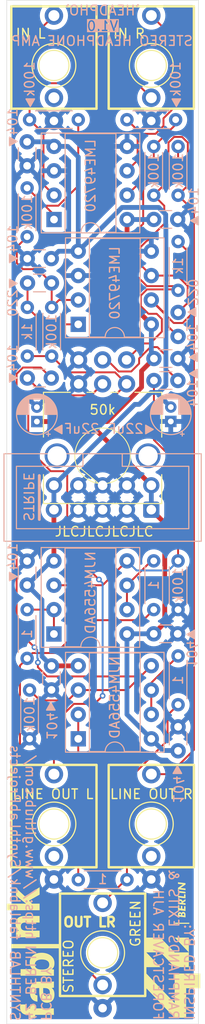
<source format=kicad_pcb>
(kicad_pcb (version 20240108) (generator "pcbnew") (generator_version "8.0")
  (layers (0 "F.Cu" signal) (31 "B.Cu" signal) (34 "B.Paste" user) (35 "F.Paste" user) (36 "B.SilkS" user "B.Silkscreen") (37 "F.SilkS" user "F.Silkscreen") (38 "B.Mask" user) (39 "F.Mask" user) (44 "Edge.Cuts" user))
  (net 0 "")
  (net 1 "Net-(U2A--)")
  (net 2 "Net-(C11-Pad2)")
  (net 3 "Net-(U2B--)")
  (net 4 "Net-(C12-Pad2)")
  (net 5 "Net-(IC1-A_+INPUT)")
  (net 6 "+12V")
  (net 7 "GND")
  (net 8 "-12V")
  (net 9 "Net-(IC1-B_-INPUT)")
  (net 10 "Net-(IC1-A_-INPUT)")
  (net 11 "Net-(J1-SIG)")
  (net 13 "Net-(J5-SIG)")
  (net 15 "Net-(J4-SIG)")
  (net 16 "Net-(J5-SW)")
  (net 17 "Net-(J2-SIG)")
  (net 19 "Net-(J6-SIG)")
  (net 20 "Net-(POT1A-Center)")
  (net 21 "Net-(POT1B-Center)")
  (net 23 "Net-(R1-Pad2)")
  (net 24 "Net-(R2-Pad2)")
  (net 26 "Net-(IC2-B_-INPUT)")
  (net 27 "Net-(IC2-A_-INPUT)")
  (net 28 "Net-(IC2-A_+INPUT)")
  (footprint "Library:EighthInch_Stereo_PJ366ST_NPTH" (layer "F.Cu") (at 60.96 150.0632 -90)
    (property "Reference" "J5" (hide yes))
    (property "Value" "OUT LR")
  )
  (footprint "Library:EighthInch_PJ398SM_3mmNPTH" (layer "F.Cu") (at 66.04 136.652 -90)
    (property "Reference" "J6" (hide yes))
    (property "Value" "LINE OUT R")
  )
  (footprint "PCM_4ms_Potentiometer:Potentiometer_Alps_RK09L_Double_Vertical" (layer "F.Cu") (at 60.96 98.275)
    (property "Reference" "POT1" (hide yes))
    (property "Value" "9mm_Dual_50k_DShaft_DualRow" (hide yes))
  )
  (footprint "Library:EighthInch_PJ398SM_3mmNPTH" (layer "F.Cu") (at 55.88 57.6072 -90)
    (property "Reference" "J1" (hide yes))
    (property "Value" "IN L")
  )
  (footprint "Library:EighthInch_PJ398SM_3mmNPTH" (layer "F.Cu") (at 55.88 136.652 -90)
    (property "Reference" "J4" (hide yes))
    (property "Value" "LINE OUT L")
  )
  (footprint "Library:EighthInch_PJ398SM_3mmNPTH" (layer "F.Cu") (at 66.04 57.6072 -90)
    (property "Reference" "J2" (hide yes))
    (property "Value" "IN R")
  )
  (footprint "Resistor_THT:R_Axial_DIN0204_L3.6mm_D1.6mm_P5.08mm_Horizontal" (layer "B.Cu") (at 55.646 82.804 -90)
    (property "Reference" "R5" (hide yes))
    (property "Value" "100k")
  )
  (footprint "Capacitor_THT:CP_Radial_D4.0mm_P1.50mm" (layer "B.Cu") (at 68.072 94.6912 90)
    (property "Reference" "C2" (hide yes))
    (property "Value" "22uF" (hide yes))
  )
  (footprint "Resistor_THT:R_Axial_DIN0204_L3.6mm_D1.6mm_P5.08mm_Horizontal" (layer "B.Cu") (at 53.106 82.804 -90)
    (property "Reference" "R7" (hide yes))
    (property "Value" "1k")
  )
  (footprint "Capacitor_THT:C_Disc_D3.0mm_W1.6mm_P2.50mm" (layer "B.Cu") (at 53.106 90.17)
    (property "Reference" "C13" (hide yes))
    (property "Value" "100n" (hide yes))
  )
  (footprint "Capacitor_THT:CP_Radial_D4.0mm_P1.50mm" (layer "B.Cu") (at 54.102 94.7026 90)
    (property "Reference" "C1" (hide yes))
    (property "Value" "22uF" (hide yes))
  )
  (footprint "Resistor_THT:R_Axial_DIN0204_L3.6mm_D1.6mm_P5.08mm_Horizontal" (layer "B.Cu") (at 68.834 75.946 -90)
    (property "Reference" "R8" (hide yes))
    (property "Value" "1k")
  )
  (footprint "Resistor_THT:R_Axial_DIN0204_L3.6mm_D1.6mm_P5.08mm_Horizontal" (layer "B.Cu") (at 53.34 63.246)
    (property "Reference" "R1" (hide yes))
    (property "Value" "100k" (hide yes))
  )
  (footprint "Resistor_THT:R_Axial_DIN0204_L3.6mm_D1.6mm_P5.08mm_Horizontal" (layer "B.Cu") (at 68.834 66.04 -90)
    (property "Reference" "R6" (hide yes))
    (property "Value" "100k")
  )
  (footprint "Capacitor_THT:C_Disc_D3.0mm_W1.6mm_P2.50mm" (layer "B.Cu") (at 66.314 88.138)
    (property "Reference" "C5" (hide yes))
    (property "Value" "100n" (hide yes))
  )
  (footprint "Resistor_THT:R_Axial_DIN0204_L3.6mm_D1.6mm_P5.08mm_Horizontal" (layer "B.Cu") (at 66.294 66.04 -90)
    (property "Reference" "R4" (hide yes))
    (property "Value" "100k")
  )
  (footprint "Package_DIP:DIP-8_W7.62mm_Socket" (layer "B.Cu") (at 58.42 127.762)
    (property "Reference" "IC1" (hide yes))
    (property "Value" "NJM4556AD")
  )
  (footprint "Library:IDC-Header_2x05_P2.54mm_Vertical_Euro_Power_Striped_ThickerText" (layer "B.Cu") (at 66.04 103.886 90)
    (property "Reference" "J3" (hide yes))
    (property "Value" "Eurorack_Power_10pin_Unshrouded" (hide yes))
  )
  (footprint "Capacitor_THT:C_Disc_D3.0mm_W1.6mm_P2.50mm" (layer "B.Cu") (at 66.294 73.64)
    (property "Reference" "C3" (hide yes))
    (property "Value" "100n" (hide yes))
  )
  (footprint "Resistor_THT:R_Axial_DIN0204_L3.6mm_D1.6mm_P5.08mm_Horizontal" (layer "B.Cu") (at 66.294 109.22 -90)
    (property "Reference" "R14" (hide yes))
    (property "Value" "1")
  )
  (footprint "Capacitor_THT:C_Disc_D3.0mm_W1.6mm_P2.50mm" (layer "B.Cu") (at 55.626 80.264 180)
    (property "Reference" "C11" (hide yes))
    (property "Value" "22p" (hide yes))
  )
  (footprint "Resistor_THT:R_Axial_DIN0204_L3.6mm_D1.6mm_P5.08mm_Horizontal" (layer "B.Cu") (at 53.34 127.762 90)
    (property "Reference" "R9" (hide yes))
    (property "Value" "100k")
  )
  (footprint "Resistor_THT:R_Axial_DIN0204_L3.6mm_D1.6mm_P5.08mm_Horizontal" (layer "B.Cu") (at 68.834 114.3 90)
    (property "Reference" "R10" (hide yes))
    (property "Value" "100k")
  )
  (footprint "Resistor_THT:R_Axial_DIN0204_L3.6mm_D1.6mm_P5.08mm_Horizontal" (layer "B.Cu") (at 53.086 114.3 -90)
    (property "Reference" "R13" (hide yes))
    (property "Value" "1")
  )
  (footprint "Package_DIP:DIP-8_W7.62mm_Socket" (layer "B.Cu") (at 55.89 73.65)
    (property "Reference" "U1" (hide yes))
    (property "Value" "LME49720")
  )
  (footprint "Capacitor_THT:C_Disc_D3.0mm_W1.6mm_P2.50mm" (layer "B.Cu") (at 68.834 129.012 90)
    (property "Reference" "C9" (hide yes))
    (property "Value" "100n" (hide yes))
  )
  (footprint "Capacitor_THT:C_Disc_D3.0mm_W1.6mm_P2.50mm" (layer "B.Cu") (at 53.086 109.24 -90)
    (property "Reference" "C8" (hide yes))
    (property "Value" "100n" (hide yes))
  )
  (footprint "Package_DIP:DIP-8_W7.62mm_Socket" (layer "B.Cu") (at 58.42 84.572)
    (property "Reference" "U2" (hide yes))
    (property "Value" "LME49720")
  )
  (footprint "Package_DIP:DIP-8_W7.62mm_Socket" (layer "B.Cu") (at 55.88 116.84)
    (property "Reference" "IC2" (hide yes))
    (property "Value" "NJM4556AD")
  )
  (footprint "Resistor_THT:R_Axial_DIN0204_L3.6mm_D1.6mm_P5.08mm_Horizontal" (layer "B.Cu") (at 68.834 119.126 -90)
    (property "Reference" "R12" (hide yes))
    (property "Value" "1")
  )
  (footprint "Resistor_THT:R_Axial_DIN0204_L3.6mm_D1.6mm_P5.08mm_Horizontal" (layer "B.Cu") (at 63.5 63.246)
    (property "Reference" "R2" (hide yes))
    (property "Value" "100k" (hide yes))
  )
  (footprint "Resistor_THT:R_Axial_DIN0204_L3.6mm_D1.6mm_P5.08mm_Horizontal" (layer "B.Cu") (at 53.086 70.358 -90)
    (property "Reference" "R3" (hide yes))
    (property "Value" "100k")
  )
  (footprint "Capacitor_THT:C_Disc_D3.0mm_W1.6mm_P2.50mm" (layer "B.Cu") (at 55.626 122.662 90)
    (property "Reference" "C10" (hide yes))
    (property "Value" "100n" (hide yes))
  )
  (footprint "Capacitor_THT:C_Disc_D3.0mm_W1.6mm_P2.50mm" (layer "B.Cu") (at 53.106 77.724)
    (property "Reference" "C4" (hide yes))
    (property "Value" "100n" (hide yes))
  )
  (footprint "Capacitor_THT:C_Disc_D3.0mm_W1.6mm_P2.50mm" (layer "B.Cu") (at 68.834 83.332 -90)
    (property "Reference" "C12" (hide yes))
    (property "Value" "22p" (hide yes))
  )
  (footprint "Capacitor_THT:C_Disc_D3.0mm_W1.6mm_P2.50mm" (layer "B.Cu") (at 68.814 90.424 180)
    (property "Reference" "C14" (hide yes))
    (property "Value" "100n" (hide yes))
  )
  (footprint "Capacitor_THT:C_Disc_D3.0mm_W1.6mm_P2.50mm" (layer "B.Cu") (at 66.294 116.82)
    (property "Reference" "C7" (hide yes))
    (property "Value" "100n" (hide yes))
  )
  (footprint "Capacitor_THT:C_Disc_D3.0mm_W1.6mm_P2.50mm" (layer "B.Cu") (at 53.086 68.052 90)
    (property "Reference" "C6" (hide yes))
    (property "Value" "100n" (hide yes))
  )
  (footprint "Resistor_THT:R_Axial_DIN0204_L3.6mm_D1.6mm_P5.08mm_Horizontal" (layer "B.Cu") (at 58.42 142.4432)
    (property "Reference" "R11" (hide yes))
    (property "Value" "1")
  )
  (gr_poly (pts (xy 53.371688 153.970772) (xy 53.38108 153.857536) (xy 53.396828 153.751586) (xy 53.41901 153.653001) (xy 53.432538 153.606494) (xy 53.447704 153.561856) (xy 53.464516 153.519099) (xy 53.482986 153.478231) (xy 53.503122 153.439262) (xy 53.524934 153.402202) (xy 53.548432 153.367061) (xy 53.573626 153.333847) (xy 53.600525 153.302572) (xy 53.62914 153.273244) (xy 53.659478 153.245873) (xy 53.691552 153.220469) (xy 53.725369 153.197042) (xy 53.76094 153.175601) (xy 53.798275 153.156156) (xy 53.837383 153.138717) (xy 53.878273 153.123293) (xy 53.920956 153.109894) (xy 53.965442 153.098531) (xy 54.011739 153.089211) (xy 54.059858 153.081946) (xy 54.109808 153.076744) (xy 54.161599 153.073616) (xy 54.215241 153.072571) (xy 55.247117 153.072571) (xy 55.439353 153.070297) (xy 55.634069 153.064303) (xy 55.720731 153.060298) (xy 55.79406 153.055828) (xy 55.849405 153.051048) (xy 55.882117 153.046113) (xy 55.882117 153.694342) (xy 55.859405 153.699303) (xy 55.831887 153.704264) (xy 55.768014 153.714186) (xy 55.701662 153.724107) (xy 55.671044 153.729068) (xy 55.643991 153.734029) (xy 55.671241 153.752219) (xy 55.698277 153.77227) (xy 55.724887 153.794491) (xy 55.737966 153.806512) (xy 55.750858 153.819192) (xy 55.763537 153.83257) (xy 55.775976 153.846684) (xy 55.788148 153.861573) (xy 55.800028 153.877276) (xy 55.811588 153.893832) (xy 55.822801 153.911279) (xy 55.833641 153.929657) (xy 55.844082 153.949003) (xy 55.854096 153.969357) (xy 55.863658 153.990758) (xy 55.872739 154.013243) (xy 55.881315 154.036853) (xy 55.889357 154.061625) (xy 55.89684 154.087599) (xy 55.903737 154.114813) (xy 55.910021 154.143307) (xy 55.915665 154.173117) (xy 55.920644 154.204285) (xy 55.924929 154.236847) (xy 55.928495 154.270844) (xy 55.931315 154.306313) (xy 55.933363 154.343294) (xy 55.93461 154.381825) (xy 55.935032 154.421946) (xy 55.93392 154.476751) (xy 55.93063 154.529559) (xy 55.925233 154.580384) (xy 55.917798 154.629246) (xy 55.908397 154.676159) (xy 55.897099 154.721143) (xy 55.883974 154.764212) (xy 55.869093 154.805385) (xy 55.852526 154.844678) (xy 55.834344 154.882108) (xy 55.814616 154.917693) (xy 55.793413 154.951448) (xy 55.770805 154.983392) (xy 55.746862 155.013541) (xy 55.721655 155.041912) (xy 55.695254 155.068521) (xy 55.667728 155.093387) (xy 55.639149 155.116525) (xy 55.609586 155.137954) (xy 55.579111 155.157689) (xy 55.547792 155.175748) (xy 55.5157 155.192147) (xy 55.482907 155.206905) (xy 55.44948 155.220036) (xy 55.381012 155.241492) (xy 55.310858 155.256649) (xy 55.23958 155.265644) (xy 55.16774 155.268612) (xy 55.128053 155.267596) (xy 55.128053 154.580696) (xy 55.160109 154.579446) (xy 55.191641 154.575658) (xy 55.207145 154.572793) (xy 55.222437 154.569273) (xy 55.237492 154.565088) (xy 55.252284 154.560232) (xy 55.266784 154.554699) (xy 55.280967 154.548479) (xy 55.294807 154.541567) (xy 55.308275 154.533955) (xy 55.321346 154.525636) (xy 55.333994 154.516601) (xy 55.346191 154.506845) (xy 55.35791 154.49636) (xy 55.369126 154.485139) (xy 55.379811 154.473174) (xy 55.38994 154.460458) (xy 55.399484 154.446984) (xy 55.408418 154.432744) (xy 55.416715 154.417732) (xy 55.424348 154.401939) (xy 55.431291 154.385359) (xy 55.437517 154.367985) (xy 55.442999 154.349809) (xy 55.447711 154.330824) (xy 55.451625 154.311023) (xy 55.454717 154.290398) (xy 55.456958 154.268942) (xy 55.458322 154.246648) (xy 55.458783 154.223509) (xy 55.4579 154.183695) (xy 55.455288 154.146068) (xy 55.451 154.110569) (xy 55.445088 154.077135) (xy 55.437607 154.045707) (xy 55.42861 154.016225) (xy 55.418149 153.988627) (xy 55.406279 153.962853) (xy 55.393052 153.938842) (xy 55.378522 153.916535) (xy 55.362743 153.895869) (xy 55.345766 153.876786) (xy 55.327646 153.859223) (xy 55.308436 153.843122) (xy 55.28819 153.82842) (xy 55.266959 153.815058) (xy 55.244799 153.802975) (xy 55.221762 153.792111) (xy 55.197901 153.782404) (xy 55.17327 153.773795) (xy 55.147922 153.766222) (xy 55.12191 153.759626) (xy 55.068108 153.749119) (xy 55.012291 153.741791) (xy 54.954885 153.737156) (xy 54.896317 153.734731) (xy 54.837012 153.73403) (xy 54.757636 153.73403) (xy 54.757636 154.011842) (xy 54.75918 154.085814) (xy 54.763786 154.15403) (xy 54.771415 154.216626) (xy 54.782028 154.273738) (xy 54.795587 154.325502) (xy 54.812052 154.372053) (xy 54.821363 154.393416) (xy 54.831386 154.413526) (xy 54.842116 154.432401) (xy 54.853548 154.450058) (xy 54.865679 154.466514) (xy 54.878502 154.481784) (xy 54.892013 154.495888) (xy 54.906207 154.50884) (xy 54.921079 154.520659) (xy 54.936625 154.531361) (xy 54.952839 154.540964) (xy 54.969717 154.549484) (xy 54.987254 154.556938) (xy 55.005445 154.563343) (xy 55.024285 154.568716) (xy 55.043769 154.573074) (xy 55.084652 154.578813) (xy 55.128053 154.580696) (xy 55.128053 155.267596) (xy 55.116502 155.2673) (xy 55.066965 155.263383) (xy 55.019123 155.256894) (xy 54.972972 155.247864) (xy 54.928507 155.236325) (xy 54.885723 155.222307) (xy 54.844615 155.205843) (xy 54.805178 155.186964) (xy 54.767409 155.165701) (xy 54.7313 155.142086) (xy 54.696849 155.11615) (xy 54.66405 155.087926) (xy 54.632898 155.057444) (xy 54.603388 155.024735) (xy 54.575516 154.989832) (xy 54.549277 154.952766) (xy 54.524665 154.913568) (xy 54.501676 154.87227) (xy 54.480306 154.828904) (xy 54.460548 154.7835) (xy 54.442399 154.73609) (xy 54.425854 154.686707) (xy 54.410907 154.63538) (xy 54.397555 154.582143) (xy 54.385791 154.527025) (xy 54.375611 154.47006) (xy 54.367011 154.411278) (xy 54.359986 154.35071) (xy 54.35453 154.288389) (xy 54.350639 154.224345) (xy 54.347532 154.091217) (xy 54.347532 153.73403) (xy 54.202011 153.73403) (xy 54.169807 153.73485) (xy 54.137855 153.737492) (xy 54.106407 153.742227) (xy 54.075714 153.749326) (xy 54.06073 153.753847) (xy 54.046029 153.75906) (xy 54.031643 153.765001) (xy 54.017604 153.771702) (xy 54.003942 153.779197) (xy 53.99069 153.787521) (xy 53.977879 153.796708) (xy 53.96554 153.80679) (xy 53.953705 153.817803) (xy 53.942405 153.82978) (xy 53.931672 153.842754) (xy 53.921538 153.856761) (xy 53.912033 153.871834) (xy 53.903189 153.888006) (xy 53.895038 153.905312) (xy 53.887612 153.923785) (xy 53.880941 153.94346) (xy 53.875058 153.964371) (xy 53.869993 153.98655) (xy 53.865779 154.010033) (xy 53.862446 154.034853) (xy 53.860027 154.061044) (xy 53.858552 154.08864) (xy 53.858053 154.117675) (xy 53.8584 154.14427) (xy 53.859435 154.16951) (xy 53.861149 154.193437) (xy 53.863531 154.216093) (xy 53.866572 154.237518) (xy 53.870262 154.257754) (xy 53.874591 154.276842) (xy 53.879551 154.294822) (xy 53.88513 154.311737) (xy 53.89132 154.327627) (xy 53.89811 154.342534) (xy 53.905492 154.356498) (xy 53.913455 154.369561) (xy 53.92199 154.381764) (xy 53.931086 154.393149) (xy 53.940735 154.403756) (xy 53.950927 154.413627) (xy 53.961651 154.422802) (xy 53.972899 154.431323) (xy 53.98466 154.439232) (xy 53.996925 154.446569) (xy 54.009685 154.453375) (xy 54.036647 154.465561) (xy 54.065469 154.476119) (xy 54.096075 154.485379) (xy 54.128385 154.49367) (xy 54.162324 154.501321) (xy 54.162324 155.14955) (xy 54.081466 155.139409) (xy 54.002876 155.123609) (xy 53.964559 155.113465) (xy 53.92696 155.101762) (xy 53.890132 155.088451) (xy 53.854126 155.073482) (xy 53.818991 155.056809) (xy 53.784779 155.038381) (xy 53.751541 155.018152) (xy 53.719328 154.996071) (xy 53.68819 154.972092) (xy 53.658178 154.946165) (xy 53.629344 154.918242) (xy 53.601738 154.888274) (xy 53.575411 154.856214) (xy 53.550414 154.822012) (xy 53.526797 154.785621) (xy 53.504612 154.746991) (xy 53.48391 154.706074) (xy 53.464741 154.662823) (xy 53.447156 154.617188) (xy 53.431206 154.569121) (xy 53.416942 154.518573) (xy 53.404415 154.465496) (xy 53.393675 154.409842) (xy 53.384775 154.351563) (xy 53.377763 154.290609) (xy 53.372692 154.226932) (xy 53.369612 154.160484) (xy 53.368574 154.091217)) (fill solid) (layer "F.SilkS"))
  (gr_poly (pts (xy 68.821549 146.014825) (xy 68.822061 146.004476) (xy 68.822871 145.993898) (xy 68.824035 145.983145) (xy 68.825606 145.972271) (xy 68.827639 145.961332) (xy 68.830188 145.950381) (xy 68.833308 145.939473) (xy 68.837052 145.928661) (xy 68.841474 145.918002) (xy 68.84663 145.907548) (xy 68.852574 145.897356) (xy 68.859359 145.887477) (xy 68.863084 145.882673) (xy 68.86704 145.877969) (xy 68.871233 145.87337) (xy 68.875671 145.868883) (xy 68.881057 145.863903) (xy 68.886865 145.859067) (xy 68.893093 145.854401) (xy 68.899737 145.849929) (xy 68.906794 145.845674) (xy 68.91426 145.841663) (xy 68.922133 145.837918) (xy 68.930409 145.834464) (xy 68.939086 145.831325) (xy 68.948159 145.828526) (xy 68.957626 145.826091) (xy 68.967483 145.824044) (xy 68.977728 145.82241) (xy 68.988356 145.821213) (xy 68.999365 145.820476) (xy 69.010752 145.820225) (xy 69.020156 145.820369) (xy 69.029309 145.820798) (xy 69.038216 145.821509) (xy 69.04688 145.8225) (xy 69.055306 145.823767) (xy 69.063498 145.825307) (xy 69.071461 145.827117) (xy 69.079198 145.829195) (xy 69.086713 145.831537) (xy 69.094012 145.83414) (xy 69.101098 145.837001) (xy 69.107975 145.840117) (xy 69.114647 145.843485) (xy 69.12112 145.847102) (xy 69.127396 145.850965) (xy 69.133481 145.855072) (xy 69.139936 145.85975) (xy 69.145962 145.864521) (xy 69.151576 145.869372) (xy 69.156792 145.874291) (xy 69.161624 145.879267) (xy 69.166089 145.884287) (xy 69.1702 145.889339) (xy 69.173972 145.894411) (xy 69.177421 145.899493) (xy 69.180562 145.90457) (xy 69.183409 145.909632) (xy 69.185977 145.914666) (xy 69.188281 145.919661) (xy 69.190336 145.924604) (xy 69.192157 145.929484) (xy 69.193759 145.934289) (xy 69.195638 145.927189) (xy 69.197725 145.920327) (xy 69.200005 145.913701) (xy 69.202465 145.90731) (xy 69.205091 145.901153) (xy 69.207869 145.895228) (xy 69.210785 145.889536) (xy 69.213825 145.884074) (xy 69.216977 145.878842) (xy 69.220225 145.873838) (xy 69.223556 145.869063) (xy 69.226956 145.864514) (xy 69.230411 145.86019) (xy 69.233908 145.856092) (xy 69.237432 145.852216) (xy 69.240971 145.848563) (xy 69.247679 145.842261) (xy 69.254471 145.836442) (xy 69.26136 145.831097) (xy 69.268362 145.826214) (xy 69.275492 145.821784) (xy 69.282765 145.817795) (xy 69.290194 145.814237) (xy 69.297796 145.811099) (xy 69.305586 145.808369) (xy 69.313577 145.806039) (xy 69.321786 145.804097) (xy 69.330226 145.802531) (xy 69.338914 145.801332) (xy 69.347863 145.800489) (xy 69.357088 145.799991) (xy 69.366606 145.799828) (xy 69.381926 145.800186) (xy 69.396575 145.801229) (xy 69.410559 145.80291) (xy 69.423888 145.805179) (xy 69.43657 145.807989) (xy 69.448614 145.811292) (xy 69.460028 145.81504) (xy 69.470821 145.819185) (xy 69.481001 145.823678) (xy 69.490577 145.828473) (xy 69.499557 145.83352) (xy 69.507949 145.838771) (xy 69.515763 145.84418) (xy 69.523007 145.849697) (xy 69.529689 145.855275) (xy 69.535817 145.860866) (xy 69.541525 145.866536) (xy 69.546943 145.872366) (xy 69.552076 145.878348) (xy 69.556933 145.884475) (xy 69.565848 145.897141) (xy 69.573743 145.910307) (xy 69.580676 145.923921) (xy 69.586705 145.937927) (xy 69.591888 145.952272) (xy 69.59628 145.9669) (xy 69.599941 145.981759) (xy 69.602928 145.996793) (xy 69.605297 146.011948) (xy 69.607107 146.02717) (xy 69.608414 146.042404) (xy 69.609277 146.057597) (xy 69.609752 146.072693) (xy 69.609898 146.08764) (xy 69.609898 146.367516) (xy 69.467555 146.350856) (xy 69.467555 146.177096) (xy 69.467555 146.113834) (xy 69.467348 146.100709) (xy 69.466578 146.086222) (xy 69.465914 146.078639) (xy 69.465026 146.07092) (xy 69.463887 146.063132) (xy 69.46247 146.055344) (xy 69.460746 146.047624) (xy 69.458688 146.04004) (xy 69.456269 146.03266) (xy 69.45346 146.025552) (xy 69.450235 146.018784) (xy 69.446565 146.012424) (xy 69.444555 146.009418) (xy 69.442423 146.00654) (xy 69.440166 146.003798) (xy 69.437781 146.0012) (xy 69.435855 145.999224) (xy 69.433611 145.997127) (xy 69.431037 145.994944) (xy 69.428122 145.99271) (xy 69.424854 145.990458) (xy 69.421221 145.988222) (xy 69.417211 145.986037) (xy 69.415062 145.984974) (xy 69.412814 145.983937) (xy 69.410466 145.982929) (xy 69.408016 145.981956) (xy 69.405463 145.98102) (xy 69.402807 145.980128) (xy 69.400044 145.979282) (xy 69.397174 145.978487) (xy 69.394195 145.977748) (xy 69.391106 145.977068) (xy 69.387905 145.976453) (xy 69.384591 145.975905) (xy 69.381162 145.97543) (xy 69.377617 145.975032) (xy 69.373955 145.974715) (xy 69.370174 145.974483) (xy 69.366272 145.974341) (xy 69.362248 145.974293) (xy 69.359027 145.974338) (xy 69.35564 145.974482) (xy 69.352111 145.974739) (xy 69.348462 145.975124) (xy 69.344715 145.975648) (xy 69.340892 145.976327) (xy 69.337016 145.977173) (xy 69.333109 145.978202) (xy 69.329194 145.979425) (xy 69.325292 145.980858) (xy 69.321427 145.982513) (xy 69.31762 145.984405) (xy 69.313893 145.986548) (xy 69.31027 145.988954) (xy 69.306773 145.991638) (xy 69.303423 145.994613) (xy 69.301044 145.997013) (xy 69.298804 145.999563) (xy 69.296702 146.002251) (xy 69.29473 146.005065) (xy 69.292887 146.007992) (xy 69.291167 146.011022) (xy 69.288081 146.017341) (xy 69.285436 146.023927) (xy 69.283201 146.030686) (xy 69.28134 146.037522) (xy 69.279819 146.044341) (xy 69.278605 146.051048) (xy 69.277663 146.05755) (xy 69.276959 146.06375) (xy 69.27646 146.069555) (xy 69.275938 146.079599) (xy 69.275825 146.086925) (xy 69.275825 146.154553) (xy 69.467555 146.177096) (xy 69.467555 146.350856) (xy 69.141474 146.31269) (xy 69.141474 146.139313) (xy 69.141474 146.103674) (xy 69.141267 146.092284) (xy 69.140967 146.086275) (xy 69.140498 146.080107) (xy 69.139833 146.073819) (xy 69.138945 146.06745) (xy 69.137806 146.061038) (xy 69.136388 146.05462) (xy 69.134664 146.048236) (xy 69.132606 146.041924) (xy 69.130186 146.035722) (xy 69.127377 146.029669) (xy 69.12415 146.023803) (xy 69.12048 146.018162) (xy 69.116336 146.012785) (xy 69.114079 146.010207) (xy 69.111693 146.007709) (xy 69.108429 146.004655) (xy 69.104913 146.001775) (xy 69.101164 145.999073) (xy 69.097204 145.996551) (xy 69.093053 145.994213) (xy 69.08873 145.992061) (xy 69.084256 145.9901) (xy 69.079651 145.988332) (xy 69.074936 145.98676) (xy 69.07013 145.985387) (xy 69.065253 145.984217) (xy 69.060327 145.983253) (xy 69.055371 145.982497) (xy 69.050405 145.981954) (xy 69.04545 145.981625) (xy 69.040525 145.981515) (xy 69.034702 145.981673) (xy 69.02921 145.982129) (xy 69.024039 145.982857) (xy 69.019179 145.983833) (xy 69.014622 145.985031) (xy 69.010358 145.986425) (xy 69.006376 145.98799) (xy 69.002668 145.989701) (xy 68.999224 145.991532) (xy 68.996034 145.993457) (xy 68.993089 145.995451) (xy 68.990379 145.997489) (xy 68.987895 145.999545) (xy 68.985627 146.001594) (xy 68.983565 146.003609) (xy 68.9817 146.005567) (xy 68.980048 146.007567) (xy 68.978495 146.009619) (xy 68.977039 146.011722) (xy 68.975675 146.013873) (xy 68.973214 146.018307) (xy 68.971088 146.022899) (xy 68.969273 146.027629) (xy 68.967745 146.032474) (xy 68.966478 146.037414) (xy 68.965448 146.042426) (xy 68.964632 146.04749) (xy 68.964003 146.052583) (xy 68.963539 146.057684) (xy 68.963214 146.062772) (xy 68.962883 146.072822) (xy 68.962817 146.082561) (xy 68.962817 146.118914) (xy 69.141474 146.139313) (xy 69.141474 146.31269) (xy 68.821204 146.275204) (xy 68.821204 146.034618)) (fill solid) (layer "F.SilkS"))
  (gr_poly (pts (xy 52.971699 144.936634) (xy 52.871447 144.861187) (xy 52.760033 144.774577) (xy 52.638696 144.678045) (xy 52.508678 144.572832) (xy 52.227559 144.341321) (xy 51.926595 144.089967) (xy 51.926595 143.309447) (xy 52.852637 144.169342) (xy 54.38722 143.230071) (xy 54.38722 143.997363) (xy 53.2892 144.619134) (xy 53.593471 144.936634) (xy 54.38722 144.936634) (xy 54.38722 145.62455) (xy 50.921179 145.62455) (xy 50.921179 144.936634)) (fill solid) (layer "F.SilkS"))
  (gr_poly (pts (xy 66.999048 151.555109) (xy 65.519696 151.555109) (xy 65.519696 150.015615)) (fill solid) (layer "F.SilkS"))
  (gr_poly (pts (xy 52.350523 155.712978) (xy 52.352202 155.667555) (xy 52.354812 155.622751) (xy 52.358197 155.579498) (xy 52.362202 155.538725) (xy 52.366672 155.501363) (xy 52.371452 155.468342) (xy 52.376387 155.440592) (xy 52.918783 155.440592) (xy 52.918634 155.448185) (xy 52.918214 155.456069) (xy 52.916716 155.472631) (xy 52.914597 155.490124) (xy 52.912168 155.508391) (xy 52.909739 155.527279) (xy 52.907621 155.546632) (xy 52.906775 155.556434) (xy 52.906122 155.566295) (xy 52.905702 155.576194) (xy 52.905554 155.586113) (xy 52.906507 155.621934) (xy 52.907723 155.638817) (xy 52.909455 155.655023) (xy 52.911721 155.670561) (xy 52.914536 155.685438) (xy 52.917918 155.699661) (xy 52.921883 155.713237) (xy 52.92645 155.726173) (xy 52.931634 155.738478) (xy 52.937453 155.750157) (xy 52.943923 155.761218) (xy 52.951062 155.77167) (xy 52.958887 155.781518) (xy 52.967414 155.79077) (xy 52.97666 155.799433) (xy 52.986643 155.807515) (xy 52.997379 155.815023) (xy 53.008886 155.821965) (xy 53.02118 155.828346) (xy 53.034278 155.834175) (xy 53.048197 155.83946) (xy 53.062954 155.844206) (xy 53.078566 155.848422) (xy 53.095051 155.852115) (xy 53.112424 155.855292) (xy 53.130703 155.85796) (xy 53.149906 155.860127) (xy 53.191147 155.862986) (xy 53.236283 155.863925) (xy 53.395033 155.863925) (xy 53.395033 155.427363) (xy 53.910971 155.427363) (xy 53.910971 155.850696) (xy 55.868887 155.850696) (xy 55.882117 156.525384) (xy 53.9242 156.525384) (xy 53.9242 156.8958) (xy 53.408262 156.8958) (xy 53.408262 156.538613) (xy 53.196595 156.538613) (xy 53.104243 156.535661) (xy 53.015883 156.526779) (xy 52.931786 156.511928) (xy 52.891421 156.502253) (xy 52.852224 156.49107) (xy 52.814228 156.478377) (xy 52.777467 156.464166) (xy 52.741976 156.448435) (xy 52.707788 156.431177) (xy 52.674937 156.412389) (xy 52.643457 156.392065) (xy 52.613382 156.3702) (xy 52.584746 156.34679) (xy 52.557583 156.321829) (xy 52.531926 156.295314) (xy 52.50781 156.267238) (xy 52.485269 156.237598) (xy 52.464336 156.206387) (xy 52.445045 156.173603) (xy 52.427431 156.139239) (xy 52.411527 156.10329) (xy 52.397367 156.065753) (xy 52.384984 156.026622) (xy 52.374414 155.985892) (xy 52.36569 155.943559) (xy 52.358845 155.899617) (xy 52.353914 155.854061) (xy 52.35093 155.806888) (xy 52.349928 155.758092)) (fill solid) (layer "F.SilkS"))
  (gr_poly (pts (xy 70.004955 146.923538) (xy 70.004955 147.041252) (xy 68.520524 147.041252) (xy 68.520524 146.923538)) (fill solid) (layer "F.SilkS"))
  (gr_poly (pts (xy 69.957783 148.475478) (xy 69.957783 150.015663) (xy 68.478431 148.475478)) (fill solid) (layer "F.SilkS"))
  (gr_poly (pts (xy 51.874646 146.994654) (xy 51.877545 146.950197) (xy 51.882366 146.906733) (xy 51.889104 146.864295) (xy 51.897751 146.822912) (xy 51.908299 146.782617) (xy 51.920741 146.743441) (xy 51.93507 146.705415) (xy 51.951279 146.668572) (xy 51.969361 146.632943) (xy 51.989307 146.598558) (xy 52.011112 146.56545) (xy 52.034767 146.53365) (xy 52.060266 146.50319) (xy 52.087601 146.4741) (xy 52.116765 146.446413) (xy 52.14775 146.420161) (xy 52.180549 146.395373) (xy 52.215156 146.372083) (xy 52.251563 146.350321) (xy 52.289762 146.330119) (xy 52.329746 146.311509) (xy 52.371508 146.294522) (xy 52.415041 146.279189) (xy 52.460337 146.265542) (xy 52.50739 146.253612) (xy 52.556192 146.243432) (xy 52.606735 146.235031) (xy 52.659012 146.228443) (xy 52.713017 146.223698) (xy 52.768742 146.220828) (xy 52.826179 146.219864) (xy 54.38722 146.219864) (xy 54.38722 146.90778) (xy 52.905554 146.90778) (xy 52.854423 146.908894) (xy 52.805327 146.912353) (xy 52.758441 146.918332) (xy 52.713938 146.927004) (xy 52.671992 146.938544) (xy 52.652034 146.945444) (xy 52.63278 146.953126) (xy 52.614252 146.961613) (xy 52.596474 146.970925) (xy 52.579465 146.981086) (xy 52.563249 146.992116) (xy 52.547847 147.004037) (xy 52.53328 147.016872) (xy 52.519571 147.030642) (xy 52.506741 147.045368) (xy 52.494812 147.061074) (xy 52.483806 147.077779) (xy 52.473745 147.095507) (xy 52.46465 147.114279) (xy 52.456544 147.134117) (xy 52.449448 147.155042) (xy 52.443383 147.177077) (xy 52.438373 147.200243) (xy 52.434438 147.224562) (xy 52.4316 147.250056) (xy 52.429881 147.276746) (xy 52.429304 147.304655) (xy 52.429772 147.332716) (xy 52.431193 147.359849) (xy 52.433587 147.386057) (xy 52.436978 147.411341) (xy 52.441385 147.435706) (xy 52.446832 147.459152) (xy 52.453339 147.481682) (xy 52.46093 147.5033) (xy 52.469625 147.524006) (xy 52.479446 147.543804) (xy 52.490415 147.562697) (xy 52.502555 147.580685) (xy 52.515886 147.597773) (xy 52.530431 147.613962) (xy 52.546211 147.629254) (xy 52.563249 147.643653) (xy 52.581565 147.65716) (xy 52.601183 147.669779) (xy 52.622123 147.68151) (xy 52.644407 147.692358) (xy 52.668057 147.702324) (xy 52.693096 147.711411) (xy 52.719544 147.71962) (xy 52.747424 147.726955) (xy 52.776757 147.733419) (xy 52.807565 147.739012) (xy 52.839871 147.743739) (xy 52.873695 147.7476) (xy 52.90906 147.750599) (xy 52.945987 147.752739) (xy 53.024616 147.754447) (xy 54.38722 147.754447) (xy 54.38722 148.442363) (xy 51.926595 148.442363) (xy 51.926595 147.780905) (xy 51.955973 147.77597) (xy 51.992948 147.77119) (xy 52.035193 147.76672) (xy 52.080384 147.762715) (xy 52.126195 147.759331) (xy 52.170301 147.756721) (xy 52.210376 147.755042) (xy 52.244095 147.754447) (xy 52.213774 147.73814) (xy 52.1826 147.718868) (xy 52.150961 147.696457) (xy 52.119245 147.670731) (xy 52.087839 147.641518) (xy 52.072373 147.625549) (xy 52.05713 147.608642) (xy 52.042158 147.590776) (xy 52.027506 147.571929) (xy 52.013223 147.552079) (xy 51.999356 147.531205) (xy 51.985954 147.509284) (xy 51.973065 147.486295) (xy 51.960739 147.462216) (xy 51.949023 147.437024) (xy 51.937966 147.4107) (xy 51.927616 147.38322) (xy 51.918022 147.354562) (xy 51.909232 147.324706) (xy 51.901295 147.293628) (xy 51.894259 147.261308) (xy 51.888172 147.227724) (xy 51.883084 147.192853) (xy 51.879042 147.156675) (xy 51.876094 147.119166) (xy 51.874291 147.080306) (xy 51.873679 147.040072)) (fill solid) (layer "F.SilkS"))
  (gr_poly (pts (xy 66.999048 148.475399) (xy 68.4784 150.015615) (xy 69.957751 150.015615) (xy 69.957751 151.555109) (xy 68.4784 151.555109) (xy 66.999048 150.015615) (xy 65.519696 150.015615) (xy 65.519696 148.475399)) (fill solid) (layer "F.SilkS"))
  (gr_poly (pts (xy 68.821641 144.711037) (xy 68.822295 144.697655) (xy 68.823336 144.68435) (xy 68.824837 144.671141) (xy 68.82687 144.658049) (xy 68.829507 144.645095) (xy 68.832821 144.6323) (xy 68.836883 144.619682) (xy 68.841767 144.607264) (xy 68.847545 144.595065) (xy 68.854289 144.583107) (xy 68.862071 144.571409) (xy 68.870964 144.559991) (xy 68.88104 144.548875) (xy 68.892372 144.538081) (xy 68.897948 144.53316) (xy 68.904063 144.528248) (xy 68.91073 144.523388) (xy 68.917959 144.518622) (xy 68.925763 144.513993) (xy 68.934154 144.509543) (xy 68.943142 144.505314) (xy 68.95274 144.501351) (xy 68.962958 144.497694) (xy 68.97381 144.494386) (xy 68.985307 144.491471) (xy 68.99746 144.48899) (xy 69.010281 144.486987) (xy 69.023781 144.485503) (xy 69.037973 144.484582) (xy 69.045332 144.484345) (xy 69.052868 144.484265) (xy 69.066706 144.484552) (xy 69.080163 144.485402) (xy 69.093236 144.486795) (xy 69.105918 144.488714) (xy 69.118204 144.49114) (xy 69.130089 144.494056) (xy 69.141568 144.497442) (xy 69.152636 144.501281) (xy 69.163286 144.505554) (xy 69.173514 144.510244) (xy 69.183314 144.515331) (xy 69.192681 144.520798) (xy 69.20161 144.526627) (xy 69.210096 144.532798) (xy 69.218132 144.539295) (xy 69.225715 144.546097) (xy 69.231851 144.552371) (xy 69.237725 144.558912) (xy 69.243334 144.565698) (xy 69.248672 144.572707) (xy 69.253733 144.579917) (xy 69.258512 144.587304) (xy 69.263003 144.594848) (xy 69.267202 144.602524) (xy 69.271104 144.610311) (xy 69.274702 144.618186) (xy 69.277992 144.626127) (xy 69.280968 144.634112) (xy 69.283624 144.642117) (xy 69.285957 144.650121) (xy 69.28796 144.658101) (xy 69.289628 144.666034) (xy 69.609898 144.471963) (xy 69.609898 144.674765) (xy 69.299066 144.856454) (xy 69.609898 144.892809) (xy 69.609898 145.06648) (xy 69.179233 145.016073) (xy 69.179233 144.842644) (xy 69.179233 144.79978) (xy 69.179029 144.788522) (xy 69.178735 144.782479) (xy 69.17828 144.776212) (xy 69.177638 144.769762) (xy 69.176783 144.763167) (xy 69.17569 144.756468) (xy 69.174333 144.749705) (xy 69.172686 144.742916) (xy 69.170725 144.736142) (xy 69.168423 144.729421) (xy 69.165755 144.722795) (xy 69.162695 144.716302) (xy 69.159219 144.709983) (xy 69.155299 144.703876) (xy 69.150912 144.698021) (xy 69.14857 144.695222) (xy 69.146174 144.692552) (xy 69.143726 144.690009) (xy 69.141229 144.68759) (xy 69.138684 144.685293) (xy 69.136094 144.683114) (xy 69.130781 144.679102) (xy 69.125307 144.675534) (xy 69.119686 144.672387) (xy 69.113933 144.669641) (xy 69.108064 144.667275) (xy 69.102092 144.665266) (xy 69.096032 144.663595) (xy 69.089901 144.662239) (xy 69.083712 144.661177) (xy 69.07748 144.660388) (xy 69.071221 144.659851) (xy 69.064949 144.659544) (xy 69.058678 144.659447) (xy 69.053968 144.65952) (xy 69.049115 144.659758) (xy 69.044147 144.660189) (xy 69.039093 144.66084) (xy 69.033979 144.661739) (xy 69.028832 144.662912) (xy 69.023682 144.664387) (xy 69.018555 144.666193) (xy 69.01348 144.668355) (xy 69.008482 144.670902) (xy 69.003592 144.673861) (xy 69.001195 144.675504) (xy 68.998835 144.67726) (xy 68.996515 144.679133) (xy 68.99424 144.681126) (xy 68.992011 144.683242) (xy 68.989834 144.685486) (xy 68.98771 144.68786) (xy 68.985645 144.690368) (xy 68.98364 144.693013) (xy 68.9817 144.695799) (xy 68.978974 144.700144) (xy 68.976509 144.704722) (xy 68.974293 144.709527) (xy 68.972314 144.714555) (xy 68.97056 144.719801) (xy 68.969021 144.725258) (xy 68.967684 144.730922) (xy 68.966538 144.736787) (xy 68.96557 144.742848) (xy 68.964769 144.749101) (xy 68.964124 144.755539) (xy 68.963622 144.762159) (xy 68.963252 144.768953) (xy 68.963003 144.775918) (xy 68.962817 144.790336) (xy 68.962817 144.816449) (xy 69.179233 144.842644) (xy 69.179233 145.016073) (xy 68.821204 144.974167) (xy 68.821204 144.737947)) (fill solid) (layer "F.SilkS"))
  (gr_poly (pts (xy 69.333927 142.941057) (xy 68.821204 142.880017) (xy 68.821204 142.706345) (xy 69.609898 142.798658) (xy 69.609898 142.949787) (xy 69.09427 143.29872) (xy 69.609898 143.358331) (xy 69.609898 143.532003) (xy 68.821204 143.438261) (xy 68.821204 143.287052)) (fill solid) (layer "F.SilkS"))
  (gr_poly (pts (xy 69.609168 143.699961) (xy 69.609168 143.873712) (xy 68.821204 143.7814) (xy 68.821204 143.607648)) (fill solid) (layer "F.SilkS"))
  (gr_poly (pts (xy 56.45097 149.143509) (xy 56.45097 149.5933) (xy 51.423887 149.5933) (xy 51.423887 149.143509)) (fill solid) (layer "F.SilkS"))
  (gr_poly (pts (xy 53.672845 151.762884) (xy 53.643118 151.741929) (xy 53.613624 151.718649) (xy 53.584595 151.692888) (xy 53.556263 151.664492) (xy 53.542431 151.649257) (xy 53.528861 151.633305) (xy 53.515582 151.616617) (xy 53.502623 151.599173) (xy 53.490012 151.580954) (xy 53.477779 151.56194) (xy 53.465953 151.542112) (xy 53.454564 151.521451) (xy 53.443639 151.499938) (xy 53.433208 151.477552) (xy 53.423301 151.454275) (xy 53.413946 151.430088) (xy 53.405172 151.40497) (xy 53.397009 151.378902) (xy 53.389485 151.351866) (xy 53.38263 151.323841) (xy 53.376472 151.294808) (xy 53.371041 151.264749) (xy 53.366366 151.233643) (xy 53.362476 151.201471) (xy 53.3594 151.168214) (xy 53.357166 151.133852) (xy 53.355805 151.098367) (xy 53.355345 151.061738) (xy 53.35696 150.999493) (xy 53.361753 150.939262) (xy 53.369646 150.88104) (xy 53.380563 150.824827) (xy 53.394425 150.77062) (xy 53.411155 150.718416) (xy 53.430676 150.668213) (xy 53.45291 150.620008) (xy 53.477779 150.573799) (xy 53.505206 150.529584) (xy 53.535114 150.48736) (xy 53.567425 150.447124) (xy 53.602061 150.408875) (xy 53.638945 150.37261) (xy 53.678 150.338327) (xy 53.719147 150.306022) (xy 53.76231 150.275694) (xy 53.80741 150.24734) (xy 53.854371 150.220958) (xy 53.903115 150.196545) (xy 53.953564 150.1741) (xy 54.005641 150.153619) (xy 54.059269 150.135099) (xy 54.114369 150.11854) (xy 54.170864 150.103938) (xy 54.228677 150.09129) (xy 54.28773 150.080595) (xy 54.347946 150.07185) (xy 54.409247 150.065053) (xy 54.471556 150.0602) (xy 54.598887 150.056322) (xy 54.727258 150.060653) (xy 54.853807 150.073607) (xy 54.977643 150.095127) (xy 55.097874 150.125155) (xy 55.21361 150.163631) (xy 55.323959 150.210498) (xy 55.428029 150.265698) (xy 55.47743 150.296405) (xy 55.524928 150.329173) (xy 55.570411 150.363995) (xy 55.613767 150.400864) (xy 55.654884 150.439773) (xy 55.693652 150.480714) (xy 55.729959 150.52368) (xy 55.763693 150.568664) (xy 55.794743 150.615659) (xy 55.822998 150.664656) (xy 55.848346 150.71565) (xy 55.870676 150.768633) (xy 55.889876 150.823597) (xy 55.905835 150.880535) (xy 55.918442 150.93944) (xy 55.927584 151.000304) (xy 55.933152 151.063122) (xy 55.935032 151.127884) (xy 55.933799 151.194898) (xy 55.930123 151.257204) (xy 55.924045 151.315053) (xy 55.915602 151.368696) (xy 55.904834 151.418386) (xy 55.891779 151.464375) (xy 55.876476 151.506914) (xy 55.858964 151.546256) (xy 55.839282 151.582653) (xy 55.817468 151.616355) (xy 55.793561 151.647616) (xy 55.7676 151.676688) (xy 55.739624 151.703821) (xy 55.709671 151.729268) (xy 55.677781 151.753282) (xy 55.643991 151.776113) (xy 55.674299 151.776707) (xy 55.705383 151.778387) (xy 55.736776 151.780996) (xy 55.768015 151.784381) (xy 55.798633 151.788386) (xy 55.828166 151.792856) (xy 55.856149 151.797636) (xy 55.882117 151.802572) (xy 55.882117 152.450801) (xy 55.075138 152.450801) (xy 54.651803 152.450801) (xy 54.651803 151.802572) (xy 54.727706 151.801138) (xy 54.801381 151.796681) (xy 54.872458 151.788968) (xy 54.940571 151.777767) (xy 55.005351 151.762845) (xy 55.066429 151.74397) (xy 55.123438 151.72091) (xy 55.150301 151.707737) (xy 55.176009 151.693431) (xy 55.200515 151.677962) (xy 55.223774 151.661301) (xy 55.245739 151.643419) (xy 55.266365 151.624288) (xy 55.285605 151.603877) (xy 55.303414 151.582159) (xy 55.319745 151.559103) (xy 55.334552 151.534681) (xy 55.34779 151.508864) (xy 55.359412 151.481622) (xy 55.369372 151.452927) (xy 55.377625 151.42275) (xy 55.384123 151.391061) (xy 55.388822 151.357831) (xy 55.391675 151.323032) (xy 55.392637 151.286634) (xy 55.391749 151.25369) (xy 55.389103 151.221828) (xy 55.384723 151.191047) (xy 55.378632 151.161344) (xy 55.370856 151.132717) (xy 55.361418 151.105162) (xy 55.350342 151.078679) (xy 55.337653 151.053263) (xy 55.323375 151.028913) (xy 55.307532 151.005627) (xy 55.290149 150.983402) (xy 55.271249 150.962235) (xy 55.250857 150.942124) (xy 55.228997 150.923067) (xy 55.205693 150.905062) (xy 55.18097 150.888105) (xy 55.154852 150.872195) (xy 55.127362 150.857329) (xy 55.098526 150.843504) (xy 55.068367 150.830718) (xy 55.03691 150.81897) (xy 55.004179 150.808255) (xy 54.970197 150.798573) (xy 54.93499 150.78992) (xy 54.898582 150.782294) (xy 54.860996 150.775693) (xy 54.822258 150.770114) (xy 54.78239 150.765555) (xy 54.741418 150.762013) (xy 54.699365 150.759486) (xy 54.612116 150.757467) (xy 54.53651 150.759337) (xy 54.463676 150.764986) (xy 54.393903 150.774472) (xy 54.327482 150.787853) (xy 54.264705 150.805187) (xy 54.205862 150.826533) (xy 54.151243 150.851948) (xy 54.125609 150.8662) (xy 54.101139 150.881491) (xy 54.077872 150.897828) (xy 54.055842 150.915219) (xy 54.035086 150.933671) (xy 54.015641 150.953192) (xy 53.997542 150.973788) (xy 53.980827 150.995466) (xy 53.965531 151.018235) (xy 53.951691 151.042101) (xy 53.939343 151.067072) (xy 53.928524 151.093154) (xy 53.919269 151.120356) (xy 53.911616 151.148684) (xy 53.9056 151.178145) (xy 53.901258 151.208748) (xy 53.898626 151.240499) (xy 53.897741 151.273405) (xy 53.898477 151.309841) (xy 53.900686 151.344751) (xy 53.904368 151.378159) (xy 53.909523 151.410089) (xy 53.916151 151.440566) (xy 53.924251 151.469614) (xy 53.933824 151.497257) (xy 53.94487 151.523519) (xy 53.957388 151.548425) (xy 53.97138 151.571998) (xy 53.986844 151.594263) (xy 54.003781 151.615245) (xy 54.022191 151.634966) (xy 54.042073 151.653453) (xy 54.063429 151.670728) (xy 54.086257 151.686816) (xy 54.110557 151.701742) (xy 54.136331 151.715529) (xy 54.163578 151.728202) (xy 54.192297 151.739785) (xy 54.222489 151.750302) (xy 54.254153 151.759777) (xy 54.287291 151.768235) (xy 54.321901 151.7757) (xy 54.357984 151.782196) (xy 54.39554 151.787747) (xy 54.47507 151.796112) (xy 54.560491 151.800989) (xy 54.651803 151.802572) (xy 54.651803 152.450801) (xy 52.402845 152.4508) (xy 52.402845 151.762884)) (fill solid) (layer "F.SilkS"))
  (gr_poly (pts (xy 68.974438 145.12752) (xy 68.974438 145.420494) (xy 69.126949 145.442321) (xy 69.126949 145.159509) (xy 69.280912 145.181336) (xy 69.280912 145.463355) (xy 69.455934 145.487327) (xy 69.455934 145.189353) (xy 69.609898 145.210387) (xy 69.609898 145.71053) (xy 68.821204 145.600754) (xy 68.821204 145.105772)) (fill solid) (layer "F.SilkS"))
  (gr_poly (pts (xy 69.455934 144.190657) (xy 69.455934 143.955866) (xy 69.609168 143.974042) (xy 69.609168 144.382506) (xy 68.821204 144.28948) (xy 68.821204 144.115726)) (fill solid) (layer "F.SilkS"))
  (gr_poly (pts (xy 68.4784 155.2956) (xy 68.4784 152.21516) (xy 71.155321 152.21516) (xy 71.155321 153.755376) (xy 69.67597 153.755376) (xy 69.67597 156.835094) (xy 68.4784 156.835094) (xy 65.519696 153.755376) (xy 65.519696 152.21516)) (fill solid) (layer "F.SilkS"))
  (gr_rect (start 50.96 50.8) (end 70.96 157.48) (stroke (width 0.05)) (fill none) (layer "Edge.Cuts"))
  (gr_text "V1.0" (at 62.6618 54.0766 0) (layer "B.SilkS" knockout) (effects (font (size 1 1)) (justify left bottom mirror)))
  (gr_text "INSPIRED BY:\nRAMPHANDS EXITS &\nFORESTCAVER AJH" (at 66.167 157.1498 270) (layer "B.SilkS") (effects (font (size 1 1)) (justify left bottom mirror)))
  (gr_text "STEREO HEADPHONE AMP" (at 70.4596 55.626 0) (layer "B.SilkS") (effects (font (size 1 1)) (justify left bottom mirror)))
  (gr_text "`HEADPHO`" (at 64.8462 52.451 0) (layer "B.SilkS") (effects (font (size 1 1)) (justify left bottom mirror)))
  (gr_text "PCB BY\n42 BERLIN\nSYNTHLAB\n" (at 51.2318 157.2514 270) (layer "B.SilkS") (effects (font (size 1 1)) (justify left bottom mirror)))
  (gr_text "https://www.github.com/\nfablabnk/SynthLabProjects" (at 51.2318 148.7932 270) (layer "B.SilkS") (effects (font (size 1 1)) (justify left bottom mirror)))
  (gr_text "JLCJLCJLCJLC" (at 55.88 106.7562 0) (layer "F.SilkS") (effects (font (size 1 1)) (justify left bottom)))
  (segment (start 55.646 80.284) (end 55.626 80.264) (width 0.2) (layer "F.Cu") (net 1))
  (segment (start 58.42 82.032) (end 56.418 82.032) (width 0.2) (layer "F.Cu") (net 1))
  (segment (start 52.650365 78.824) (end 52.006 78.179635) (width 0.2) (layer "F.Cu") (net 1))
  (segment (start 55.646 82.804) (end 55.646 80.284) (width 0.2) (layer "F.Cu") (net 1))
  (segment (start 52.006 78.179635) (end 52.006 76.518) (width 0.2) (layer "F.Cu") (net 1))
  (segment (start 56.418 82.032) (end 55.646 82.804) (width 0.2) (layer "F.Cu") (net 1))
  (segment (start 54.186 78.824) (end 52.650365 78.824) (width 0.2) (layer "F.Cu") (net 1))
  (segment (start 55.626 80.264) (end 54.186 78.824) (width 0.2) (layer "F.Cu") (net 1))
  (segment (start 52.006 76.518) (end 53.086 75.438) (width 0.2) (layer "F.Cu") (net 1))
  (segment (start 53.106 82.804) (end 54.874 84.572) (width 0.2) (layer "F.Cu") (net 2))
  (segment (start 53.126 82.784) (end 53.106 82.804) (width 0.2) (layer "F.Cu") (net 2))
  (segment (start 53.126 80.264) (end 53.126 82.784) (width 0.2) (layer "F.Cu") (net 2))
  (segment (start 54.874 84.572) (end 58.42 84.572) (width 0.2) (layer "F.Cu") (net 2))
  (segment (start 64.897 76.539365) (end 64.897 78.349) (width 0.2) (layer "F.Cu") (net 3))
  (segment (start 68.7478 79.492) (end 66.04 79.492) (width 0.2) (layer "F.Cu") (net 3))
  (segment (start 67.394 74.095635) (end 65.637635 75.852) (width 0.2) (layer "F.Cu") (net 3))
  (segment (start 69.834 80.5782) (end 68.7478 79.492) (width 0.2) (layer "F.Cu") (net 3))
  (segment (start 65.584365 75.852) (end 64.897 76.539365) (width 0.2) (layer "F.Cu") (net 3))
  (segment (start 69.834 82.332) (end 69.834 80.5782) (width 0.2) (layer "F.Cu") (net 3))
  (segment (start 68.834 68.58) (end 68.834 66.04) (width 0.2) (layer "F.Cu") (net 3))
  (segment (start 65.637635 75.852) (end 65.584365 75.852) (width 0.2) (layer "F.Cu") (net 3))
  (segment (start 66.294 71.12) (end 67.394 72.22) (width 0.2) (layer "F.Cu") (net 3))
  (segment (start 67.394 72.22) (end 67.394 74.095635) (width 0.2) (layer "F.Cu") (net 3))
  (segment (start 66.294 71.12) (end 68.834 68.58) (width 0.2) (layer "F.Cu") (net 3))
  (segment (start 64.897 78.349) (end 66.04 79.492) (width 0.2) (layer "F.Cu") (net 3))
  (segment (start 68.834 83.332) (end 69.834 82.332) (width 0.2) (layer "F.Cu") (net 3))
  (segment (start 70.161 83.5852) (end 70.161 77.273) (width 0.2) (layer "F.Cu") (net 4))
  (segment (start 67.734 84.732) (end 67.734 83.726) (width 0.2) (layer "F.Cu") (net 4))
  (segment (start 70.161 77.273) (end 68.834 75.946) (width 0.2) (layer "F.Cu") (net 4))
  (segment (start 68.378365 84.432) (end 69.3142 84.432) (width 0.2) (layer "F.Cu") (net 4))
  (segment (start 67.734 83.726) (end 66.04 82.032) (width 0.2) (layer "F.Cu") (net 4))
  (segment (start 66.04 82.032) (end 66.04 82.093635) (width 0.2) (layer "F.Cu") (net 4))
  (segment (start 69.3142 84.432) (end 70.161 83.5852) (width 0.2) (layer "F.Cu") (net 4))
  (segment (start 66.04 82.093635) (end 68.378365 84.432) (width 0.2) (layer "F.Cu") (net 4))
  (segment (start 68.834 85.832) (end 67.734 84.732) (width 0.2) (layer "F.Cu") (net 4))
  (segment (start 51.986 89.734365) (end 52.650365 89.07) (width 0.2) (layer "F.Cu") (net 5))
  (segment (start 54.42 123.762) (end 53.34 122.682) (width 0.2) (layer "F.Cu") (net 5))
  (segment (start 58.42 122.682) (end 63.5 122.682) (width 0.2) (layer "F.Cu") (net 5))
  (segment (start 52.650365 89.07) (end 54.506 89.07) (width 0.2) (layer "F.Cu") (net 5))
  (segment (start 58.42 122.682) (end 57.34 123.762) (width 0.2) (layer "F.Cu") (net 5))
  (segment (start 66.04 120.142) (end 64.92 121.262) (width 0.2) (layer "F.Cu") (net 5))
  (segment (start 54.506 89.07) (end 55.606 90.17) (width 0.2) (layer "F.Cu") (net 5))
  (segment (start 55.170365 121.262) (end 54.208251 120.299886) (width 0.2) (layer "F.Cu") (net 5))
  (segment (start 64.92 121.262) (end 55.170365 121.262) (width 0.2) (layer "F.Cu") (net 5))
  (segment (start 53.848 118.2212) (end 51.986 116.3592) (width 0.2) (layer "F.Cu") (net 5))
  (segment (start 57.34 123.762) (end 54.42 123.762) (width 0.2) (layer "F.Cu") (net 5))
  (segment (start 54.208251 120.299886) (end 54.208251 119.804913) (width 0.2) (layer "F.Cu") (net 5))
  (segment (start 51.986 116.3592) (end 51.986 89.734365) (width 0.2) (layer "F.Cu") (net 5))
  (segment (start 63.5 122.682) (end 66.04 120.142) (width 0.2) (layer "F.Cu") (net 5))
  (via (at 54.208251 119.804913) (size 0.6) (drill 0.3) (layers "F.Cu" "B.Cu") (net 5))
  (via (at 53.848 118.2212) (size 0.6) (drill 0.3) (layers "F.Cu" "B.Cu") (net 5))
  (segment (start 54.208251 119.418831) (end 54.153 119.36358) (width 0.2) (layer "B.Cu") (net 5))
  (segment (start 54.153 118.5262) (end 53.848 118.2212) (width 0.2) (layer "B.Cu") (net 5))
  (segment (start 54.208251 119.804913) (end 54.208251 119.418831) (width 0.2) (layer "B.Cu") (net 5))
  (segment (start 54.153 119.36358) (end 54.153 118.5262) (width 0.2) (layer "B.Cu") (net 5))
  (segment (start 63.51 82.042) (end 63.51 73.65) (width 0.5) (layer "F.Cu") (net 6))
  (segment (start 67.444 105.29) (end 66.04 103.886) (width 0.5) (layer "F.Cu") (net 6))
  (segment (start 66.04 84.572) (end 63.51 82.042) (width 0.5) (layer "F.Cu") (net 6))
  (segment (start 54.102 94.7026) (end 59.3966 94.7026) (width 0.5) (layer "F.Cu") (net 6))
  (segment (start 61.441589 94.7026) (end 54.102 94.7026) (width 0.5) (layer "F.Cu") (net 6))
  (segment (start 65.024 91.120189) (end 61.441589 94.7026) (width 0.5) (layer "F.Cu") (net 6))
  (segment (start 67.444 115.67) (end 67.444 105.29) (width 0.5) (layer "F.Cu") (net 6))
  (segment (start 59.3966 94.7026) (end 66.04 101.346) (width 0.5) (layer "F.Cu") (net 6))
  (segment (start 66.294 116.82) (end 67.444 115.67) (width 0.5) (layer "F.Cu") (net 6))
  (segment (start 65.024 89.428) (end 65.024 91.120189) (width 0.5) (layer "F.Cu") (net 6))
  (segment (start 66.314 88.138) (end 65.024 89.428) (width 0.5) (layer "F.Cu") (net 6))
  (segment (start 63.5 125.222) (end 66.04 127.762) (width 0.5) (layer "B.Cu") (net 6))
  (segment (start 66.04 87.864) (end 66.314 88.138) (width 0.5) (layer "B.Cu") (net 6))
  (segment (start 66.04 84.572) (end 66.04 87.864) (width 0.5) (layer "B.Cu") (net 6))
  (segment (start 66.284 73.65) (end 66.294 73.64) (width 0.5) (layer "B.Cu") (net 6))
  (segment (start 66.04 127.762) (end 67.2592 128.9812) (width 0.5) (layer "B.Cu") (net 6))
  (segment (start 63.52 116.82) (end 63.5 116.84) (width 0.5) (layer "B.Cu") (net 6))
  (segment (start 63.5 116.84) (end 63.5 125.222) (width 0.5) (layer "B.Cu") (net 6))
  (segment (start 68.8032 128.9812) (end 68.834 129.012) (width 0.5) (layer "B.Cu") (net 6))
  (segment (start 63.51 73.65) (end 66.284 73.65) (width 0.5) (layer "B.Cu") (net 6))
  (segment (start 66.04 103.886) (end 66.04 101.346) (width 0.5) (layer "B.Cu") (net 6))
  (segment (start 66.04 101.346) (end 65.9638 101.346) (width 0.5) (layer "B.Cu") (net 6))
  (segment (start 67.2592 128.9812) (end 68.8032 128.9812) (width 0.5) (layer "B.Cu") (net 6))
  (segment (start 66.294 116.82) (end 63.52 116.82) (width 0.5) (layer "B.Cu") (net 6))
  (segment (start 55.626 120.162) (end 58.4 120.162) (width 0.5) (layer "F.Cu") (net 8))
  (segment (start 58.4 120.162) (end 58.42 120.142) (width 0.5) (layer "F.Cu") (net 8))
  (segment (start 55.88 103.886) (end 55.88 109.22) (width 0.5) (layer "F.Cu") (net 8))
  (segment (start 58.42 76.952) (end 62.982 72.39) (width 0.5) (layer "B.Cu") (net 8))
  (segment (start 67.564 90.941767) (end 66.831767 91.674) (width 0.5) (layer "B.Cu") (net 8))
  (segment (start 58.42 67.1322) (end 58.42 76.952) (width 0.5) (layer "B.Cu") (net 8))
  (segment (start 53.086 65.552) (end 55.412 65.552) (width 0.5) (layer "B.Cu") (net 8))
  (segment (start 57.3178 66.03) (end 58.42 67.1322) (width 0.5) (layer "B.Cu") (net 8))
  (segment (start 62.982 72.39) (end 66.811767 72.39) (width 0.5) (layer "B.Cu") (net 8))
  (segment (start 66.831767 91.950967) (end 66.831767 91.674) (width 0.5) (layer "B.Cu") (net 8))
  (segment (start 55.88 103.886) (end 55.88 101.346) (width 0.5) (layer "B.Cu") (net 8))
  (segment (start 56.378 76.952) (end 55.606 77.724) (width 0.5) (layer "B.Cu") (net 8))
  (segment (start 55.606 109.22) (end 53.086 111.74) (width 0.5) (layer "B.Cu") (net 8))
  (segment (start 67.544 73.122233) (end 67.544 74.157767) (width 0.5) (layer "B.Cu") (net 8))
  (segment (start 66.811767 72.39) (end 67.544 73.122233) (width 0.5) (layer "B.Cu") (net 8))
  (segment (start 54.63 119.166) (end 55.626 120.162) (width 0.5) (layer "B.Cu") (net 8))
  (segment (start 55.412 65.552) (end 55.89 66.03) (width 0.5) (layer "B.Cu") (net 8))
  (segment (start 66.0092 91.674) (end 64.77 92.9132) (width 0.5) (layer "B.Cu") (net 8))
  (segment (start 55.88 101.346) (end 64.3128 92.9132) (width 0.5) (layer "B.Cu") (net 8))
  (segment (start 54.63 113.284) (end 54.63 119.166) (width 0.5) (layer "B.Cu") (net 8))
  (segment (start 64.3128 92.9132) (end 64.77 92.9132) (width 0.5) (layer "B.Cu") (net 8))
  (segment (start 55.89 66.03) (end 57.3178 66.03) (width 0.5) (layer "B.Cu") (net 8))
  (segment (start 66.831767 91.674) (end 66.0092 91.674) (width 0.5) (layer "B.Cu") (net 8))
  (segment (start 58.42 76.952) (end 56.378 76.952) (width 0.5) (layer "B.Cu") (net 8))
  (segment (start 55.88 109.22) (end 55.606 109.22) (width 0.5) (layer "B.Cu") (net 8))
  (segment (start 53.086 111.74) (end 54.63 113.284) (width 0.5) (layer "B.Cu") (net 8))
  (segment (start 68.072 93.1912) (end 66.831767 91.950967) (width 0.5) (layer "B.Cu") (net 8))
  (segment (start 67.564 74.177767) (end 67.564 90.941767) (width 0.5) (layer "B.Cu") (net 8))
  (segment (start 67.544 74.157767) (end 67.564 74.177767) (width 0.5) (layer "B.Cu") (net 8))
  (segment (start 58.4 120.162) (end 58.42 120.142) (width 0.5) (layer "B.Cu") (net 8))
  (segment (start 68.834 119.126) (end 66.04 121.92) (width 0.2) (layer "F.Cu") (net 9))
  (segment (start 66.04 122.682) (end 66.04 125.222) (width 0.2) (layer "F.Cu") (net 9))
  (segment (start 66.04 121.92) (end 66.04 122.682) (width 0.2) (layer "F.Cu") (net 9))
  (segment (start 58.42 142.4432) (end 58.42 127.762) (width 0.2) (layer "F.Cu") (net 10))
  (segment (start 58.42 127.762) (end 58.42 125.222) (width 0.2) (layer "F.Cu") (net 10))
  (segment (start 55.89 71.11) (end 54.79 70.01) (width 0.2) (layer "F.Cu") (net 11))
  (segment (start 53.34 54.9402) (end 53.34 63.246) (width 0.2) (layer "F.Cu") (net 11))
  (segment (start 64.5285 59.4485) (end 66.04 60.96) (width 0.2) (layer "F.Cu") (net 11))
  (segment (start 54.79 70.01) (end 54.79 64.696) (width 0.2) (layer "F.Cu") (net 11))
  (segment (start 55.88 52.4002) (end 53.34 54.9402) (width 0.2) (layer "F.Cu") (net 11))
  (segment (start 53.34 61.220548) (end 55.112048 59.4485) (width 0.2) (layer "F.Cu") (net 11))
  (segment (start 55.112048 59.4485) (end 64.5285 59.4485) (width 0.2) (layer "F.Cu") (net 11))
  (segment (start 54.79 64.696) (end 53.34 63.246) (width 0.2) (layer "F.Cu") (net 11))
  (segment (start 53.34 63.246) (end 53.34 61.220548) (width 0.2) (layer "F.Cu") (net 11))
  (segment (start 63.5 132.1562) (end 67.734 127.9222) (width 0.2) (layer "F.Cu") (net 13))
  (segment (start 63.373 142.4432) (end 63.5 142.4432) (width 0.2) (layer "F.Cu") (net 13))
  (segment (start 63.5 142.4432) (end 63.5 132.1562) (width 0.2) (layer "F.Cu") (net 13))
  (segment (start 60.96 144.8562) (end 63.373 142.4432) (width 0.2) (layer "F.Cu") (net 13))
  (segment (start 67.734 127.9222) (end 67.734 125.306) (width 0.2) (layer "F.Cu") (net 13))
  (segment (start 67.734 125.306) (end 68.834 124.206) (width 0.2) (layer "F.Cu") (net 13))
  (segment (start 57.337 89.575) (end 55.646 87.884) (width 0.2) (layer "F.Cu") (net 15))
  (segment (start 57.964365 124.122) (end 60.12 124.122) (width 0.2) (layer "F.Cu") (net 15))
  (segment (start 63.46 90.775) (end 62.26 89.575) (width 0.2) (layer "F.Cu") (net 15))
  (segment (start 61.933 92.302) (end 63.46 90.775) (width 0.2) (layer "F.Cu") (net 15))
  (segment (start 55.547258 99.875) (end 53.202 97.529742) (width 0.2) (layer "F.Cu") (net 15))
  (segment (start 56.872742 99.875) (end 55.547258 99.875) (width 0.2) (layer "F.Cu") (net 15))
  (segment (start 53.729807 92.302) (end 61.933 92.302) (width 0.2) (layer "F.Cu") (net 15))
  (segment (start 60.579 111.16) (end 57.27 107.851) (width 0.2) (layer "F.Cu") (net 15))
  (segment (start 53.106 87.884) (end 55.646 87.884) (width 0.2) (layer "F.Cu") (net 15))
  (segment (start 62.26 89.575) (end 57.337 89.575) (width 0.2) (layer "F.Cu") (net 15))
  (segment (start 55.88 131.445) (end 55.88 126.206365) (width 0.2) (layer "F.Cu") (net 15))
  (segment (start 60.12 124.122) (end 60.96 123.282) (width 0.2) (layer "F.Cu") (net 15))
  (segment (start 55.88 126.206365) (end 57.964365 124.122) (width 0.2) (layer "F.Cu") (net 15))
  (segment (start 57.27 107.851) (end 57.27 100.272258) (width 0.2) (layer "F.Cu") (net 15))
  (segment (start 53.202 97.529742) (end 53.202 92.829807) (width 0.2) (layer "F.Cu") (net 15))
  (segment (start 53.202 92.829807) (end 53.729807 92.302) (width 0.2) (layer "F.Cu") (net 15))
  (segment (start 57.27 100.272258) (end 56.872742 99.875) (width 0.2) (layer "F.Cu") (net 15))
  (via (at 60.579 111.16) (size 0.6) (drill 0.3) (layers "F.Cu" "B.Cu") (net 15))
  (via (at 60.96 123.282) (size 0.6) (drill 0.3) (layers "F.Cu" "B.Cu") (net 15))
  (segment (start 60.96 123.282) (end 60.96 111.541) (width 0.2) (layer "B.Cu") (net 15))
  (segment (start 60.96 111.541) (end 60.579 111.16) (width 0.2) (layer "B.Cu") (net 15))
  (segment (start 59.52 115.4) (end 56.0988 118.8212) (width 0.2) (layer "F.Cu") (net 16))
  (segment (start 52.34 120.126) (end 53.086 119.38) (width 0.2) (layer "F.Cu") (net 16))
  (segment (start 52.34 144.796) (end 52.34 120.126) (width 0.2) (layer "F.Cu") (net 16))
  (segment (start 66.294 114.3) (end 65.194 115.4) (width 0.2) (layer "F.Cu") (net 16))
  (segment (start 60.96 153.416) (end 52.34 144.796) (width 0.2) (layer "F.Cu") (net 16))
  (segment (start 53.6448 118.8212) (end 53.086 119.38) (width 0.2) (layer "F.Cu") (net 16))
  (segment (start 65.194 115.4) (end 59.52 115.4) (width 0.2) (layer "F.Cu") (net 16))
  (segment (start 56.0988 118.8212) (end 53.6448 118.8212) (width 0.2) (layer "F.Cu") (net 16))
  (segment (start 66.04 52.4002) (end 68.165786 54.525986) (width 0.2) (layer "F.Cu") (net 17))
  (segment (start 68.165786 62.246) (end 67.31 63.101786) (width 0.2) (layer "F.Cu") (net 17))
  (segment (start 68.165786 54.525986) (end 68.165786 62.246) (width 0.2) (layer "F.Cu") (net 17))
  (segment (start 64.61 67.47) (end 63.51 68.57) (width 0.2) (layer "F.Cu") (net 17))
  (segment (start 64.61 64.356) (end 64.61 67.47) (width 0.2) (layer "F.Cu") (net 17))
  (segment (start 66.483063 64.7192) (end 64.9732 64.7192) (width 0.2) (layer "F.Cu") (net 17))
  (segment (start 67.31 63.101786) (end 67.31 63.892263) (width 0.2) (layer "F.Cu") (net 17))
  (segment (start 63.5 63.246) (end 64.61 64.356) (width 0.2) (layer "F.Cu") (net 17))
  (segment (start 64.9732 64.7192) (end 63.5 63.246) (width 0.2) (layer "F.Cu") (net 17))
  (segment (start 67.31 63.892263) (end 66.483063 64.7192) (width 0.2) (layer "F.Cu") (net 17))
  (segment (start 65.584365 80.592) (end 64.57 79.577635) (width 0.2) (layer "F.Cu") (net 19))
  (segment (start 68.419786 65.04) (end 69.248214 65.04) (width 0.2) (layer "F.Cu") (net 19))
  (segment (start 70.488 72.774) (end 68.834 71.12) (width 0.2) (layer "F.Cu") (net 19))
  (segment (start 67.14 85.3362) (end 65.913 86.5632) (width 0.2) (layer "F.Cu") (net 19))
  (segment (start 65.194 74.095635) (end 65.194 70.265786) (width 0.2) (layer "F.Cu") (net 19))
  (segment (start 65.584365 80.932) (end 64.94 81.576365) (width 0.2) (layer "F.Cu") (net 19))
  (segment (start 65.7428 83.472) (end 66.6018 83.472) (width 0.2) (layer "F.Cu") (net 19))
  (segment (start 66.6018 83.472) (end 67.14 84.0102) (width 0.2) (layer "F.Cu") (net 19))
  (segment (start 68.834 81.026) (end 68.4 80.592) (width 0.2) (layer "F.Cu") (net 19))
  (segment (start 67.956635 131.445) (end 70.488 128.913635) (width 0.2) (layer "F.Cu") (net 19))
  (segment (start 67.14 84.0102) (end 67.14 85.3362) (width 0.2) (layer "F.Cu") (net 19))
  (segment (start 68.4 80.592) (end 65.584365 80.592) (width 0.2) (layer "F.Cu") (net 19))
  (segment (start 68.834 81.026) (end 68.74 80.932) (width 0.2) (layer "F.Cu") (net 19))
  (segment (start 64.57 79.577635) (end 64.57 74.719635) (width 0.2) (layer "F.Cu") (net 19))
  (segment (start 70.488 128.913635) (end 70.488 72.774) (width 0.2) (layer "F.Cu") (net 19))
  (segment (start 64.94 81.576365) (end 64.94 82.6692) (width 0.2) (layer "F.Cu") (net 19))
  (segment (start 69.85 70.104) (end 68.834 71.12) (width 0.2) (layer "F.Cu") (net 19))
  (segment (start 65.913 86.5632) (end 65.1718 86.5632) (width 0.2) (layer "F.Cu") (net 19))
  (segment (start 64.57 74.719635) (end 65.194 74.095635) (width 0.2) (layer "F.Cu") (net 19))
  (segment (start 67.834 65.625786) (end 68.419786 65.04) (width 0.2) (layer "F.Cu") (net 19))
  (segment (start 69.248214 65.04) (end 69.85 65.641786) (width 0.2) (layer "F.Cu") (net 19))
  (segment (start 66.04 131.445) (end 67.956635 131.445) (width 0.2) (layer "F.Cu") (net 19))
  (segment (start 65.1718 86.5632) (end 63.46 88.275) (width 0.2) (layer "F.Cu") (net 19))
  (segment (start 64.94 82.6692) (end 65.7428 83.472) (width 0.2) (layer "F.Cu") (net 19))
  (segment (start 65.194 70.265786) (end 67.834 67.625786) (width 0.2) (layer "F.Cu") (net 19))
  (segment (start 69.85 65.641786) (end 69.85 70.104) (width 0.2) (layer "F.Cu") (net 19))
  (segment (start 68.74 80.932) (end 65.584365 80.932) (width 0.2) (layer "F.Cu") (net 19))
  (segment (start 67.834 67.625786) (end 67.834 65.625786) (width 0.2) (layer "F.Cu") (net 19))
  (segment (start 54.911 91.975) (end 53.106 90.17) (width 0.2) (layer "F.Cu") (net 20))
  (segment (start 60.96 90.775) (end 59.76 91.975) (width 0.2) (layer "F.Cu") (net 20))
  (segment (start 59.76 91.975) (end 54.911 91.975) (width 0.2) (layer "F.Cu") (net 20))
  (segment (start 63.947857 89.4842) (end 62.631648 89.4842) (width 0.2) (layer "F.Cu") (net 21))
  (segment (start 67.714 89.324) (end 67.714 87.982365) (width 0.2) (layer "F.Cu") (net 21))
  (segment (start 65.952165 86.9442) (end 64.77 88.126365) (width 0.2) (layer "F.Cu") (net 21))
  (segment (start 66.675835 86.9442) (end 65.952165 86.9442) (width 0.2) (layer "F.Cu") (net 21))
  (segment (start 64.77 88.126365) (end 64.77 88.662057) (width 0.2) (layer "F.Cu") (net 21))
  (segment (start 61.422448 88.275) (end 60.96 88.275) (width 0.2) (layer "F.Cu") (net 21))
  (segment (start 68.814 90.424) (end 67.714 89.324) (width 0.2) (layer "F.Cu") (net 21))
  (segment (start 62.631648 89.4842) (end 61.422448 88.275) (width 0.2) (layer "F.Cu") (net 21))
  (segment (start 64.77 88.662057) (end 63.947857 89.4842) (width 0.2) (layer "F.Cu") (net 21))
  (segment (start 67.714 87.982365) (end 66.675835 86.9442) (width 0.2) (layer "F.Cu") (net 21))
  (segment (start 53.086 70.358) (end 54.938 72.21) (width 0.2) (layer "F.Cu") (net 23))
  (segment (start 54.938 72.21) (end 56.345635 72.21) (width 0.2) (layer "F.Cu") (net 23))
  (segment (start 56.345635 72.21) (end 58.42 70.135635) (width 0.2) (layer "F.Cu") (net 23))
  (segment (start 58.42 70.135635) (end 58.42 63.246) (width 0.2) (layer "F.Cu") (net 23))
  (segment (start 53.086 70.358) (end 55.89 73.162) (width 0.2) (layer "F.Cu") (net 23))
  (segment (start 55.89 73.162) (end 55.89 73.65) (width 0.2) (layer "F.Cu") (net 23))
  (segment (start 66.294 66.04) (end 68.58 63.754) (width 0.2) (layer "F.Cu") (net 24))
  (segment (start 66.294 68.326) (end 66.294 66.04) (width 0.2) (layer "F.Cu") (net 24))
  (segment (start 63.51 71.11) (end 66.294 68.326) (width 0.2) (layer "F.Cu") (net 24))
  (segment (start 68.58 63.754) (end 68.58 63.246) (width 0.2) (layer "F.Cu") (net 24))
  (segment (start 66.04 109.22) (end 66.294 109.22) (width 0.2) (layer "F.Cu") (net 26))
  (segment (start 63.5 111.76) (end 66.04 109.22) (width 0.2) (layer "F.Cu") (net 26))
  (segment (start 63.5 114.3) (end 63.5 111.76) (width 0.2) (layer "F.Cu") (net 26))
  (segment (start 55.88 114.3) (end 55.88 116.84) (width 0.2) (layer "F.Cu") (net 27))
  (segment (start 53.086 114.3) (end 55.88 114.3) (width 0.2) (layer "F.Cu") (net 27))
  (segment (start 60.96 111.76) (end 63.5 109.22) (width 0.2) (layer "F.Cu") (net 28))
  (segment (start 66.314 96.616258) (end 68.834 99.136258) (width 0.2) (layer "F.Cu") (net 28))
  (segment (start 68.834 99.136258) (end 68.834 109.22) (width 0.2) (layer "F.Cu") (net 28))
  (segment (start 66.314 90.424) (end 66.314 96.616258) (width 0.2) (layer "F.Cu") (net 28))
  (segment (start 55.88 111.76) (end 60.96 111.76) (width 0.2) (layer "F.Cu") (net 28))
  (segment (start 64.5 110.22) (end 63.5 109.22) (width 0.2) (layer "B.Cu") (net 28))
  (segment (start 68.834 109.22) (end 67.834 110.22) (width 0.2) (layer "B.Cu") (net 28))
  (segment (start 67.834 110.22) (end 64.5 110.22) (width 0.2) (layer "B.Cu") (net 28))
  (zone (net 7) (net_name "GND") (layer "B.Cu") (connect_pads (clearance 0.5)) (min_thickness 0.25) (fill yes (thermal_gap 0.5) (thermal_bridge_width 0.5))
    (polygon (pts (xy 50.9524 50.8) (xy 70.9676 50.8) (xy 71.12 157.48) (xy 50.9524 157.48)))
  )
)
</source>
